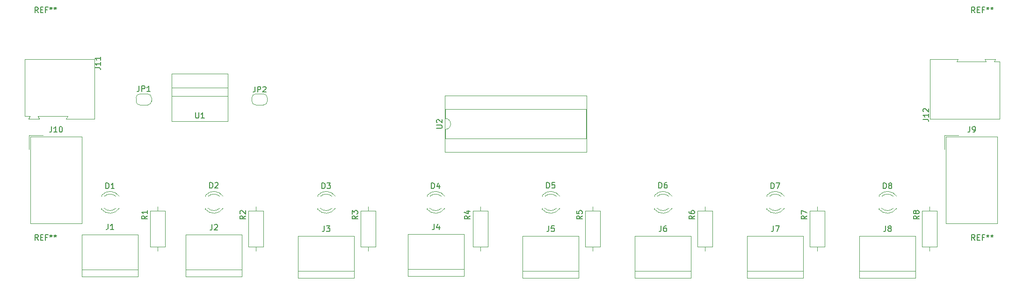
<source format=gto>
%TF.GenerationSoftware,KiCad,Pcbnew,6.0.2-378541a8eb~116~ubuntu20.04.1*%
%TF.CreationDate,2022-03-18T17:45:01-05:00*%
%TF.ProjectId,daughter,64617567-6874-4657-922e-6b696361645f,rev?*%
%TF.SameCoordinates,Original*%
%TF.FileFunction,Legend,Top*%
%TF.FilePolarity,Positive*%
%FSLAX46Y46*%
G04 Gerber Fmt 4.6, Leading zero omitted, Abs format (unit mm)*
G04 Created by KiCad (PCBNEW 6.0.2-378541a8eb~116~ubuntu20.04.1) date 2022-03-18 17:45:01*
%MOMM*%
%LPD*%
G01*
G04 APERTURE LIST*
G04 Aperture macros list*
%AMFreePoly0*
4,1,22,0.500000,-0.750000,0.000000,-0.750000,0.000000,-0.745033,-0.079941,-0.743568,-0.215256,-0.701293,-0.333266,-0.622738,-0.424486,-0.514219,-0.481581,-0.384460,-0.499164,-0.250000,-0.500000,-0.250000,-0.500000,0.250000,-0.499164,0.250000,-0.499963,0.256109,-0.478152,0.396186,-0.417904,0.524511,-0.324060,0.630769,-0.204165,0.706417,-0.067858,0.745374,0.000000,0.744959,0.000000,0.750000,
0.500000,0.750000,0.500000,-0.750000,0.500000,-0.750000,$1*%
%AMFreePoly1*
4,1,20,0.000000,0.744959,0.073905,0.744508,0.209726,0.703889,0.328688,0.626782,0.421226,0.519385,0.479903,0.390333,0.500000,0.250000,0.500000,-0.250000,0.499851,-0.262216,0.476331,-0.402017,0.414519,-0.529596,0.319384,-0.634700,0.198574,-0.708877,0.061801,-0.746166,0.000000,-0.745033,0.000000,-0.750000,-0.500000,-0.750000,-0.500000,0.750000,0.000000,0.750000,0.000000,0.744959,
0.000000,0.744959,$1*%
G04 Aperture macros list end*
%ADD10C,0.150000*%
%ADD11C,0.120000*%
%ADD12C,2.500000*%
%ADD13R,3.000000X3.000000*%
%ADD14C,3.000000*%
%ADD15R,1.727200X1.727200*%
%ADD16O,1.727200X1.727200*%
%ADD17R,1.800000X1.800000*%
%ADD18C,1.800000*%
%ADD19FreePoly0,0.000000*%
%ADD20FreePoly1,0.000000*%
%ADD21R,3.960000X1.980000*%
%ADD22O,3.960000X1.980000*%
%ADD23C,1.600000*%
%ADD24O,1.600000X1.600000*%
%ADD25R,1.600000X1.600000*%
%ADD26C,1.524000*%
G04 APERTURE END LIST*
D10*
%TO.C,REF\u002A\u002A*%
X213931666Y-111252380D02*
X213598333Y-110776190D01*
X213360238Y-111252380D02*
X213360238Y-110252380D01*
X213741190Y-110252380D01*
X213836428Y-110300000D01*
X213884047Y-110347619D01*
X213931666Y-110442857D01*
X213931666Y-110585714D01*
X213884047Y-110680952D01*
X213836428Y-110728571D01*
X213741190Y-110776190D01*
X213360238Y-110776190D01*
X214360238Y-110728571D02*
X214693571Y-110728571D01*
X214836428Y-111252380D02*
X214360238Y-111252380D01*
X214360238Y-110252380D01*
X214836428Y-110252380D01*
X215598333Y-110728571D02*
X215265000Y-110728571D01*
X215265000Y-111252380D02*
X215265000Y-110252380D01*
X215741190Y-110252380D01*
X216265000Y-110252380D02*
X216265000Y-110490476D01*
X216026904Y-110395238D02*
X216265000Y-110490476D01*
X216503095Y-110395238D01*
X216122142Y-110680952D02*
X216265000Y-110490476D01*
X216407857Y-110680952D01*
X217026904Y-110252380D02*
X217026904Y-110490476D01*
X216788809Y-110395238D02*
X217026904Y-110490476D01*
X217265000Y-110395238D01*
X216884047Y-110680952D02*
X217026904Y-110490476D01*
X217169761Y-110680952D01*
%TO.C,J7*%
X177466666Y-108672380D02*
X177466666Y-109386666D01*
X177419047Y-109529523D01*
X177323809Y-109624761D01*
X177180952Y-109672380D01*
X177085714Y-109672380D01*
X177847619Y-108672380D02*
X178514285Y-108672380D01*
X178085714Y-109672380D01*
%TO.C,J1*%
X57056666Y-108324380D02*
X57056666Y-109038666D01*
X57009047Y-109181523D01*
X56913809Y-109276761D01*
X56770952Y-109324380D01*
X56675714Y-109324380D01*
X58056666Y-109324380D02*
X57485238Y-109324380D01*
X57770952Y-109324380D02*
X57770952Y-108324380D01*
X57675714Y-108467238D01*
X57580476Y-108562476D01*
X57485238Y-108610095D01*
%TO.C,J10*%
X46815476Y-90638380D02*
X46815476Y-91352666D01*
X46767857Y-91495523D01*
X46672619Y-91590761D01*
X46529761Y-91638380D01*
X46434523Y-91638380D01*
X47815476Y-91638380D02*
X47244047Y-91638380D01*
X47529761Y-91638380D02*
X47529761Y-90638380D01*
X47434523Y-90781238D01*
X47339285Y-90876476D01*
X47244047Y-90924095D01*
X48434523Y-90638380D02*
X48529761Y-90638380D01*
X48625000Y-90686000D01*
X48672619Y-90733619D01*
X48720238Y-90828857D01*
X48767857Y-91019333D01*
X48767857Y-91257428D01*
X48720238Y-91447904D01*
X48672619Y-91543142D01*
X48625000Y-91590761D01*
X48529761Y-91638380D01*
X48434523Y-91638380D01*
X48339285Y-91590761D01*
X48291666Y-91543142D01*
X48244047Y-91447904D01*
X48196428Y-91257428D01*
X48196428Y-91019333D01*
X48244047Y-90828857D01*
X48291666Y-90733619D01*
X48339285Y-90686000D01*
X48434523Y-90638380D01*
%TO.C,D2*%
X75456904Y-101798380D02*
X75456904Y-100798380D01*
X75695000Y-100798380D01*
X75837857Y-100846000D01*
X75933095Y-100941238D01*
X75980714Y-101036476D01*
X76028333Y-101226952D01*
X76028333Y-101369809D01*
X75980714Y-101560285D01*
X75933095Y-101655523D01*
X75837857Y-101750761D01*
X75695000Y-101798380D01*
X75456904Y-101798380D01*
X76409285Y-100893619D02*
X76456904Y-100846000D01*
X76552142Y-100798380D01*
X76790238Y-100798380D01*
X76885476Y-100846000D01*
X76933095Y-100893619D01*
X76980714Y-100988857D01*
X76980714Y-101084095D01*
X76933095Y-101226952D01*
X76361666Y-101798380D01*
X76980714Y-101798380D01*
%TO.C,D7*%
X177056904Y-101886380D02*
X177056904Y-100886380D01*
X177295000Y-100886380D01*
X177437857Y-100934000D01*
X177533095Y-101029238D01*
X177580714Y-101124476D01*
X177628333Y-101314952D01*
X177628333Y-101457809D01*
X177580714Y-101648285D01*
X177533095Y-101743523D01*
X177437857Y-101838761D01*
X177295000Y-101886380D01*
X177056904Y-101886380D01*
X177961666Y-100886380D02*
X178628333Y-100886380D01*
X178199761Y-101886380D01*
%TO.C,J9*%
X213026666Y-90638380D02*
X213026666Y-91352666D01*
X212979047Y-91495523D01*
X212883809Y-91590761D01*
X212740952Y-91638380D01*
X212645714Y-91638380D01*
X213550476Y-91638380D02*
X213740952Y-91638380D01*
X213836190Y-91590761D01*
X213883809Y-91543142D01*
X213979047Y-91400285D01*
X214026666Y-91209809D01*
X214026666Y-90828857D01*
X213979047Y-90733619D01*
X213931428Y-90686000D01*
X213836190Y-90638380D01*
X213645714Y-90638380D01*
X213550476Y-90686000D01*
X213502857Y-90733619D01*
X213455238Y-90828857D01*
X213455238Y-91066952D01*
X213502857Y-91162190D01*
X213550476Y-91209809D01*
X213645714Y-91257428D01*
X213836190Y-91257428D01*
X213931428Y-91209809D01*
X213979047Y-91162190D01*
X214026666Y-91066952D01*
%TO.C,J2*%
X75866666Y-108418380D02*
X75866666Y-109132666D01*
X75819047Y-109275523D01*
X75723809Y-109370761D01*
X75580952Y-109418380D01*
X75485714Y-109418380D01*
X76295238Y-108513619D02*
X76342857Y-108466000D01*
X76438095Y-108418380D01*
X76676190Y-108418380D01*
X76771428Y-108466000D01*
X76819047Y-108513619D01*
X76866666Y-108608857D01*
X76866666Y-108704095D01*
X76819047Y-108846952D01*
X76247619Y-109418380D01*
X76866666Y-109418380D01*
%TO.C,D8*%
X197376904Y-101886380D02*
X197376904Y-100886380D01*
X197615000Y-100886380D01*
X197757857Y-100934000D01*
X197853095Y-101029238D01*
X197900714Y-101124476D01*
X197948333Y-101314952D01*
X197948333Y-101457809D01*
X197900714Y-101648285D01*
X197853095Y-101743523D01*
X197757857Y-101838761D01*
X197615000Y-101886380D01*
X197376904Y-101886380D01*
X198519761Y-101314952D02*
X198424523Y-101267333D01*
X198376904Y-101219714D01*
X198329285Y-101124476D01*
X198329285Y-101076857D01*
X198376904Y-100981619D01*
X198424523Y-100934000D01*
X198519761Y-100886380D01*
X198710238Y-100886380D01*
X198805476Y-100934000D01*
X198853095Y-100981619D01*
X198900714Y-101076857D01*
X198900714Y-101124476D01*
X198853095Y-101219714D01*
X198805476Y-101267333D01*
X198710238Y-101314952D01*
X198519761Y-101314952D01*
X198424523Y-101362571D01*
X198376904Y-101410190D01*
X198329285Y-101505428D01*
X198329285Y-101695904D01*
X198376904Y-101791142D01*
X198424523Y-101838761D01*
X198519761Y-101886380D01*
X198710238Y-101886380D01*
X198805476Y-101838761D01*
X198853095Y-101791142D01*
X198900714Y-101695904D01*
X198900714Y-101505428D01*
X198853095Y-101410190D01*
X198805476Y-101362571D01*
X198710238Y-101314952D01*
%TO.C,JP1*%
X62666666Y-83272380D02*
X62666666Y-83986666D01*
X62619047Y-84129523D01*
X62523809Y-84224761D01*
X62380952Y-84272380D01*
X62285714Y-84272380D01*
X63142857Y-84272380D02*
X63142857Y-83272380D01*
X63523809Y-83272380D01*
X63619047Y-83320000D01*
X63666666Y-83367619D01*
X63714285Y-83462857D01*
X63714285Y-83605714D01*
X63666666Y-83700952D01*
X63619047Y-83748571D01*
X63523809Y-83796190D01*
X63142857Y-83796190D01*
X64666666Y-84272380D02*
X64095238Y-84272380D01*
X64380952Y-84272380D02*
X64380952Y-83272380D01*
X64285714Y-83415238D01*
X64190476Y-83510476D01*
X64095238Y-83558095D01*
%TO.C,J11*%
X54702380Y-79944523D02*
X55416666Y-79944523D01*
X55559523Y-79992142D01*
X55654761Y-80087380D01*
X55702380Y-80230238D01*
X55702380Y-80325476D01*
X55702380Y-78944523D02*
X55702380Y-79515952D01*
X55702380Y-79230238D02*
X54702380Y-79230238D01*
X54845238Y-79325476D01*
X54940476Y-79420714D01*
X54988095Y-79515952D01*
X55702380Y-77992142D02*
X55702380Y-78563571D01*
X55702380Y-78277857D02*
X54702380Y-78277857D01*
X54845238Y-78373095D01*
X54940476Y-78468333D01*
X54988095Y-78563571D01*
%TO.C,R3*%
X102222380Y-106846666D02*
X101746190Y-107180000D01*
X102222380Y-107418095D02*
X101222380Y-107418095D01*
X101222380Y-107037142D01*
X101270000Y-106941904D01*
X101317619Y-106894285D01*
X101412857Y-106846666D01*
X101555714Y-106846666D01*
X101650952Y-106894285D01*
X101698571Y-106941904D01*
X101746190Y-107037142D01*
X101746190Y-107418095D01*
X101222380Y-106513333D02*
X101222380Y-105894285D01*
X101603333Y-106227619D01*
X101603333Y-106084761D01*
X101650952Y-105989523D01*
X101698571Y-105941904D01*
X101793809Y-105894285D01*
X102031904Y-105894285D01*
X102127142Y-105941904D01*
X102174761Y-105989523D01*
X102222380Y-106084761D01*
X102222380Y-106370476D01*
X102174761Y-106465714D01*
X102127142Y-106513333D01*
%TO.C,J8*%
X197786666Y-108672380D02*
X197786666Y-109386666D01*
X197739047Y-109529523D01*
X197643809Y-109624761D01*
X197500952Y-109672380D01*
X197405714Y-109672380D01*
X198405714Y-109100952D02*
X198310476Y-109053333D01*
X198262857Y-109005714D01*
X198215238Y-108910476D01*
X198215238Y-108862857D01*
X198262857Y-108767619D01*
X198310476Y-108720000D01*
X198405714Y-108672380D01*
X198596190Y-108672380D01*
X198691428Y-108720000D01*
X198739047Y-108767619D01*
X198786666Y-108862857D01*
X198786666Y-108910476D01*
X198739047Y-109005714D01*
X198691428Y-109053333D01*
X198596190Y-109100952D01*
X198405714Y-109100952D01*
X198310476Y-109148571D01*
X198262857Y-109196190D01*
X198215238Y-109291428D01*
X198215238Y-109481904D01*
X198262857Y-109577142D01*
X198310476Y-109624761D01*
X198405714Y-109672380D01*
X198596190Y-109672380D01*
X198691428Y-109624761D01*
X198739047Y-109577142D01*
X198786666Y-109481904D01*
X198786666Y-109291428D01*
X198739047Y-109196190D01*
X198691428Y-109148571D01*
X198596190Y-109100952D01*
%TO.C,J6*%
X157146666Y-108672380D02*
X157146666Y-109386666D01*
X157099047Y-109529523D01*
X157003809Y-109624761D01*
X156860952Y-109672380D01*
X156765714Y-109672380D01*
X158051428Y-108672380D02*
X157860952Y-108672380D01*
X157765714Y-108720000D01*
X157718095Y-108767619D01*
X157622857Y-108910476D01*
X157575238Y-109100952D01*
X157575238Y-109481904D01*
X157622857Y-109577142D01*
X157670476Y-109624761D01*
X157765714Y-109672380D01*
X157956190Y-109672380D01*
X158051428Y-109624761D01*
X158099047Y-109577142D01*
X158146666Y-109481904D01*
X158146666Y-109243809D01*
X158099047Y-109148571D01*
X158051428Y-109100952D01*
X157956190Y-109053333D01*
X157765714Y-109053333D01*
X157670476Y-109100952D01*
X157622857Y-109148571D01*
X157575238Y-109243809D01*
%TO.C,R4*%
X122542380Y-106846666D02*
X122066190Y-107180000D01*
X122542380Y-107418095D02*
X121542380Y-107418095D01*
X121542380Y-107037142D01*
X121590000Y-106941904D01*
X121637619Y-106894285D01*
X121732857Y-106846666D01*
X121875714Y-106846666D01*
X121970952Y-106894285D01*
X122018571Y-106941904D01*
X122066190Y-107037142D01*
X122066190Y-107418095D01*
X121875714Y-105989523D02*
X122542380Y-105989523D01*
X121494761Y-106227619D02*
X122209047Y-106465714D01*
X122209047Y-105846666D01*
%TO.C,U2*%
X116502380Y-90931904D02*
X117311904Y-90931904D01*
X117407142Y-90884285D01*
X117454761Y-90836666D01*
X117502380Y-90741428D01*
X117502380Y-90550952D01*
X117454761Y-90455714D01*
X117407142Y-90408095D01*
X117311904Y-90360476D01*
X116502380Y-90360476D01*
X116597619Y-89931904D02*
X116550000Y-89884285D01*
X116502380Y-89789047D01*
X116502380Y-89550952D01*
X116550000Y-89455714D01*
X116597619Y-89408095D01*
X116692857Y-89360476D01*
X116788095Y-89360476D01*
X116930952Y-89408095D01*
X117502380Y-89979523D01*
X117502380Y-89360476D01*
%TO.C,D6*%
X156736904Y-101798380D02*
X156736904Y-100798380D01*
X156975000Y-100798380D01*
X157117857Y-100846000D01*
X157213095Y-100941238D01*
X157260714Y-101036476D01*
X157308333Y-101226952D01*
X157308333Y-101369809D01*
X157260714Y-101560285D01*
X157213095Y-101655523D01*
X157117857Y-101750761D01*
X156975000Y-101798380D01*
X156736904Y-101798380D01*
X158165476Y-100798380D02*
X157975000Y-100798380D01*
X157879761Y-100846000D01*
X157832142Y-100893619D01*
X157736904Y-101036476D01*
X157689285Y-101226952D01*
X157689285Y-101607904D01*
X157736904Y-101703142D01*
X157784523Y-101750761D01*
X157879761Y-101798380D01*
X158070238Y-101798380D01*
X158165476Y-101750761D01*
X158213095Y-101703142D01*
X158260714Y-101607904D01*
X158260714Y-101369809D01*
X158213095Y-101274571D01*
X158165476Y-101226952D01*
X158070238Y-101179333D01*
X157879761Y-101179333D01*
X157784523Y-101226952D01*
X157736904Y-101274571D01*
X157689285Y-101369809D01*
%TO.C,R6*%
X163182380Y-106846666D02*
X162706190Y-107180000D01*
X163182380Y-107418095D02*
X162182380Y-107418095D01*
X162182380Y-107037142D01*
X162230000Y-106941904D01*
X162277619Y-106894285D01*
X162372857Y-106846666D01*
X162515714Y-106846666D01*
X162610952Y-106894285D01*
X162658571Y-106941904D01*
X162706190Y-107037142D01*
X162706190Y-107418095D01*
X162182380Y-105989523D02*
X162182380Y-106180000D01*
X162230000Y-106275238D01*
X162277619Y-106322857D01*
X162420476Y-106418095D01*
X162610952Y-106465714D01*
X162991904Y-106465714D01*
X163087142Y-106418095D01*
X163134761Y-106370476D01*
X163182380Y-106275238D01*
X163182380Y-106084761D01*
X163134761Y-105989523D01*
X163087142Y-105941904D01*
X162991904Y-105894285D01*
X162753809Y-105894285D01*
X162658571Y-105941904D01*
X162610952Y-105989523D01*
X162563333Y-106084761D01*
X162563333Y-106275238D01*
X162610952Y-106370476D01*
X162658571Y-106418095D01*
X162753809Y-106465714D01*
%TO.C,REF\u002A\u002A*%
X44386666Y-69977380D02*
X44053333Y-69501190D01*
X43815238Y-69977380D02*
X43815238Y-68977380D01*
X44196190Y-68977380D01*
X44291428Y-69025000D01*
X44339047Y-69072619D01*
X44386666Y-69167857D01*
X44386666Y-69310714D01*
X44339047Y-69405952D01*
X44291428Y-69453571D01*
X44196190Y-69501190D01*
X43815238Y-69501190D01*
X44815238Y-69453571D02*
X45148571Y-69453571D01*
X45291428Y-69977380D02*
X44815238Y-69977380D01*
X44815238Y-68977380D01*
X45291428Y-68977380D01*
X46053333Y-69453571D02*
X45720000Y-69453571D01*
X45720000Y-69977380D02*
X45720000Y-68977380D01*
X46196190Y-68977380D01*
X46720000Y-68977380D02*
X46720000Y-69215476D01*
X46481904Y-69120238D02*
X46720000Y-69215476D01*
X46958095Y-69120238D01*
X46577142Y-69405952D02*
X46720000Y-69215476D01*
X46862857Y-69405952D01*
X47481904Y-68977380D02*
X47481904Y-69215476D01*
X47243809Y-69120238D02*
X47481904Y-69215476D01*
X47720000Y-69120238D01*
X47339047Y-69405952D02*
X47481904Y-69215476D01*
X47624761Y-69405952D01*
X44386666Y-111252380D02*
X44053333Y-110776190D01*
X43815238Y-111252380D02*
X43815238Y-110252380D01*
X44196190Y-110252380D01*
X44291428Y-110300000D01*
X44339047Y-110347619D01*
X44386666Y-110442857D01*
X44386666Y-110585714D01*
X44339047Y-110680952D01*
X44291428Y-110728571D01*
X44196190Y-110776190D01*
X43815238Y-110776190D01*
X44815238Y-110728571D02*
X45148571Y-110728571D01*
X45291428Y-111252380D02*
X44815238Y-111252380D01*
X44815238Y-110252380D01*
X45291428Y-110252380D01*
X46053333Y-110728571D02*
X45720000Y-110728571D01*
X45720000Y-111252380D02*
X45720000Y-110252380D01*
X46196190Y-110252380D01*
X46720000Y-110252380D02*
X46720000Y-110490476D01*
X46481904Y-110395238D02*
X46720000Y-110490476D01*
X46958095Y-110395238D01*
X46577142Y-110680952D02*
X46720000Y-110490476D01*
X46862857Y-110680952D01*
X47481904Y-110252380D02*
X47481904Y-110490476D01*
X47243809Y-110395238D02*
X47481904Y-110490476D01*
X47720000Y-110395238D01*
X47339047Y-110680952D02*
X47481904Y-110490476D01*
X47624761Y-110680952D01*
%TO.C,J3*%
X96186666Y-108672380D02*
X96186666Y-109386666D01*
X96139047Y-109529523D01*
X96043809Y-109624761D01*
X95900952Y-109672380D01*
X95805714Y-109672380D01*
X96567619Y-108672380D02*
X97186666Y-108672380D01*
X96853333Y-109053333D01*
X96996190Y-109053333D01*
X97091428Y-109100952D01*
X97139047Y-109148571D01*
X97186666Y-109243809D01*
X97186666Y-109481904D01*
X97139047Y-109577142D01*
X97091428Y-109624761D01*
X96996190Y-109672380D01*
X96710476Y-109672380D01*
X96615238Y-109624761D01*
X96567619Y-109577142D01*
%TO.C,R7*%
X183502380Y-106846666D02*
X183026190Y-107180000D01*
X183502380Y-107418095D02*
X182502380Y-107418095D01*
X182502380Y-107037142D01*
X182550000Y-106941904D01*
X182597619Y-106894285D01*
X182692857Y-106846666D01*
X182835714Y-106846666D01*
X182930952Y-106894285D01*
X182978571Y-106941904D01*
X183026190Y-107037142D01*
X183026190Y-107418095D01*
X182502380Y-106513333D02*
X182502380Y-105846666D01*
X183502380Y-106275238D01*
%TO.C,D4*%
X115588904Y-101886380D02*
X115588904Y-100886380D01*
X115827000Y-100886380D01*
X115969857Y-100934000D01*
X116065095Y-101029238D01*
X116112714Y-101124476D01*
X116160333Y-101314952D01*
X116160333Y-101457809D01*
X116112714Y-101648285D01*
X116065095Y-101743523D01*
X115969857Y-101838761D01*
X115827000Y-101886380D01*
X115588904Y-101886380D01*
X117017476Y-101219714D02*
X117017476Y-101886380D01*
X116779380Y-100838761D02*
X116541285Y-101553047D01*
X117160333Y-101553047D01*
%TO.C,D5*%
X136416904Y-101798380D02*
X136416904Y-100798380D01*
X136655000Y-100798380D01*
X136797857Y-100846000D01*
X136893095Y-100941238D01*
X136940714Y-101036476D01*
X136988333Y-101226952D01*
X136988333Y-101369809D01*
X136940714Y-101560285D01*
X136893095Y-101655523D01*
X136797857Y-101750761D01*
X136655000Y-101798380D01*
X136416904Y-101798380D01*
X137893095Y-100798380D02*
X137416904Y-100798380D01*
X137369285Y-101274571D01*
X137416904Y-101226952D01*
X137512142Y-101179333D01*
X137750238Y-101179333D01*
X137845476Y-101226952D01*
X137893095Y-101274571D01*
X137940714Y-101369809D01*
X137940714Y-101607904D01*
X137893095Y-101703142D01*
X137845476Y-101750761D01*
X137750238Y-101798380D01*
X137512142Y-101798380D01*
X137416904Y-101750761D01*
X137369285Y-101703142D01*
%TO.C,R5*%
X142862380Y-106846666D02*
X142386190Y-107180000D01*
X142862380Y-107418095D02*
X141862380Y-107418095D01*
X141862380Y-107037142D01*
X141910000Y-106941904D01*
X141957619Y-106894285D01*
X142052857Y-106846666D01*
X142195714Y-106846666D01*
X142290952Y-106894285D01*
X142338571Y-106941904D01*
X142386190Y-107037142D01*
X142386190Y-107418095D01*
X141862380Y-105941904D02*
X141862380Y-106418095D01*
X142338571Y-106465714D01*
X142290952Y-106418095D01*
X142243333Y-106322857D01*
X142243333Y-106084761D01*
X142290952Y-105989523D01*
X142338571Y-105941904D01*
X142433809Y-105894285D01*
X142671904Y-105894285D01*
X142767142Y-105941904D01*
X142814761Y-105989523D01*
X142862380Y-106084761D01*
X142862380Y-106322857D01*
X142814761Y-106418095D01*
X142767142Y-106465714D01*
%TO.C,D3*%
X95776904Y-101886380D02*
X95776904Y-100886380D01*
X96015000Y-100886380D01*
X96157857Y-100934000D01*
X96253095Y-101029238D01*
X96300714Y-101124476D01*
X96348333Y-101314952D01*
X96348333Y-101457809D01*
X96300714Y-101648285D01*
X96253095Y-101743523D01*
X96157857Y-101838761D01*
X96015000Y-101886380D01*
X95776904Y-101886380D01*
X96681666Y-100886380D02*
X97300714Y-100886380D01*
X96967380Y-101267333D01*
X97110238Y-101267333D01*
X97205476Y-101314952D01*
X97253095Y-101362571D01*
X97300714Y-101457809D01*
X97300714Y-101695904D01*
X97253095Y-101791142D01*
X97205476Y-101838761D01*
X97110238Y-101886380D01*
X96824523Y-101886380D01*
X96729285Y-101838761D01*
X96681666Y-101791142D01*
%TO.C,REF\u002A\u002A*%
X213931666Y-69977380D02*
X213598333Y-69501190D01*
X213360238Y-69977380D02*
X213360238Y-68977380D01*
X213741190Y-68977380D01*
X213836428Y-69025000D01*
X213884047Y-69072619D01*
X213931666Y-69167857D01*
X213931666Y-69310714D01*
X213884047Y-69405952D01*
X213836428Y-69453571D01*
X213741190Y-69501190D01*
X213360238Y-69501190D01*
X214360238Y-69453571D02*
X214693571Y-69453571D01*
X214836428Y-69977380D02*
X214360238Y-69977380D01*
X214360238Y-68977380D01*
X214836428Y-68977380D01*
X215598333Y-69453571D02*
X215265000Y-69453571D01*
X215265000Y-69977380D02*
X215265000Y-68977380D01*
X215741190Y-68977380D01*
X216265000Y-68977380D02*
X216265000Y-69215476D01*
X216026904Y-69120238D02*
X216265000Y-69215476D01*
X216503095Y-69120238D01*
X216122142Y-69405952D02*
X216265000Y-69215476D01*
X216407857Y-69405952D01*
X217026904Y-68977380D02*
X217026904Y-69215476D01*
X216788809Y-69120238D02*
X217026904Y-69215476D01*
X217265000Y-69120238D01*
X216884047Y-69405952D02*
X217026904Y-69215476D01*
X217169761Y-69405952D01*
%TO.C,R1*%
X64122380Y-106846666D02*
X63646190Y-107180000D01*
X64122380Y-107418095D02*
X63122380Y-107418095D01*
X63122380Y-107037142D01*
X63170000Y-106941904D01*
X63217619Y-106894285D01*
X63312857Y-106846666D01*
X63455714Y-106846666D01*
X63550952Y-106894285D01*
X63598571Y-106941904D01*
X63646190Y-107037142D01*
X63646190Y-107418095D01*
X64122380Y-105894285D02*
X64122380Y-106465714D01*
X64122380Y-106180000D02*
X63122380Y-106180000D01*
X63265238Y-106275238D01*
X63360476Y-106370476D01*
X63408095Y-106465714D01*
%TO.C,JP2*%
X83636666Y-83377380D02*
X83636666Y-84091666D01*
X83589047Y-84234523D01*
X83493809Y-84329761D01*
X83350952Y-84377380D01*
X83255714Y-84377380D01*
X84112857Y-84377380D02*
X84112857Y-83377380D01*
X84493809Y-83377380D01*
X84589047Y-83425000D01*
X84636666Y-83472619D01*
X84684285Y-83567857D01*
X84684285Y-83710714D01*
X84636666Y-83805952D01*
X84589047Y-83853571D01*
X84493809Y-83901190D01*
X84112857Y-83901190D01*
X85065238Y-83472619D02*
X85112857Y-83425000D01*
X85208095Y-83377380D01*
X85446190Y-83377380D01*
X85541428Y-83425000D01*
X85589047Y-83472619D01*
X85636666Y-83567857D01*
X85636666Y-83663095D01*
X85589047Y-83805952D01*
X85017619Y-84377380D01*
X85636666Y-84377380D01*
%TO.C,J5*%
X136826666Y-108672380D02*
X136826666Y-109386666D01*
X136779047Y-109529523D01*
X136683809Y-109624761D01*
X136540952Y-109672380D01*
X136445714Y-109672380D01*
X137779047Y-108672380D02*
X137302857Y-108672380D01*
X137255238Y-109148571D01*
X137302857Y-109100952D01*
X137398095Y-109053333D01*
X137636190Y-109053333D01*
X137731428Y-109100952D01*
X137779047Y-109148571D01*
X137826666Y-109243809D01*
X137826666Y-109481904D01*
X137779047Y-109577142D01*
X137731428Y-109624761D01*
X137636190Y-109672380D01*
X137398095Y-109672380D01*
X137302857Y-109624761D01*
X137255238Y-109577142D01*
%TO.C,R2*%
X81902380Y-106846666D02*
X81426190Y-107180000D01*
X81902380Y-107418095D02*
X80902380Y-107418095D01*
X80902380Y-107037142D01*
X80950000Y-106941904D01*
X80997619Y-106894285D01*
X81092857Y-106846666D01*
X81235714Y-106846666D01*
X81330952Y-106894285D01*
X81378571Y-106941904D01*
X81426190Y-107037142D01*
X81426190Y-107418095D01*
X80997619Y-106465714D02*
X80950000Y-106418095D01*
X80902380Y-106322857D01*
X80902380Y-106084761D01*
X80950000Y-105989523D01*
X80997619Y-105941904D01*
X81092857Y-105894285D01*
X81188095Y-105894285D01*
X81330952Y-105941904D01*
X81902380Y-106513333D01*
X81902380Y-105894285D01*
%TO.C,U1*%
X72898095Y-88098380D02*
X72898095Y-88907904D01*
X72945714Y-89003142D01*
X72993333Y-89050761D01*
X73088571Y-89098380D01*
X73279047Y-89098380D01*
X73374285Y-89050761D01*
X73421904Y-89003142D01*
X73469523Y-88907904D01*
X73469523Y-88098380D01*
X74469523Y-89098380D02*
X73898095Y-89098380D01*
X74183809Y-89098380D02*
X74183809Y-88098380D01*
X74088571Y-88241238D01*
X73993333Y-88336476D01*
X73898095Y-88384095D01*
%TO.C,J4*%
X116076666Y-108352380D02*
X116076666Y-109066666D01*
X116029047Y-109209523D01*
X115933809Y-109304761D01*
X115790952Y-109352380D01*
X115695714Y-109352380D01*
X116981428Y-108685714D02*
X116981428Y-109352380D01*
X116743333Y-108304761D02*
X116505238Y-109019047D01*
X117124285Y-109019047D01*
%TO.C,J12*%
X204552380Y-89314523D02*
X205266666Y-89314523D01*
X205409523Y-89362142D01*
X205504761Y-89457380D01*
X205552380Y-89600238D01*
X205552380Y-89695476D01*
X205552380Y-88314523D02*
X205552380Y-88885952D01*
X205552380Y-88600238D02*
X204552380Y-88600238D01*
X204695238Y-88695476D01*
X204790476Y-88790714D01*
X204838095Y-88885952D01*
X204647619Y-87933571D02*
X204600000Y-87885952D01*
X204552380Y-87790714D01*
X204552380Y-87552619D01*
X204600000Y-87457380D01*
X204647619Y-87409761D01*
X204742857Y-87362142D01*
X204838095Y-87362142D01*
X204980952Y-87409761D01*
X205552380Y-87981190D01*
X205552380Y-87362142D01*
%TO.C,R8*%
X203822380Y-106846666D02*
X203346190Y-107180000D01*
X203822380Y-107418095D02*
X202822380Y-107418095D01*
X202822380Y-107037142D01*
X202870000Y-106941904D01*
X202917619Y-106894285D01*
X203012857Y-106846666D01*
X203155714Y-106846666D01*
X203250952Y-106894285D01*
X203298571Y-106941904D01*
X203346190Y-107037142D01*
X203346190Y-107418095D01*
X203250952Y-106275238D02*
X203203333Y-106370476D01*
X203155714Y-106418095D01*
X203060476Y-106465714D01*
X203012857Y-106465714D01*
X202917619Y-106418095D01*
X202870000Y-106370476D01*
X202822380Y-106275238D01*
X202822380Y-106084761D01*
X202870000Y-105989523D01*
X202917619Y-105941904D01*
X203012857Y-105894285D01*
X203060476Y-105894285D01*
X203155714Y-105941904D01*
X203203333Y-105989523D01*
X203250952Y-106084761D01*
X203250952Y-106275238D01*
X203298571Y-106370476D01*
X203346190Y-106418095D01*
X203441428Y-106465714D01*
X203631904Y-106465714D01*
X203727142Y-106418095D01*
X203774761Y-106370476D01*
X203822380Y-106275238D01*
X203822380Y-106084761D01*
X203774761Y-105989523D01*
X203727142Y-105941904D01*
X203631904Y-105894285D01*
X203441428Y-105894285D01*
X203346190Y-105941904D01*
X203298571Y-105989523D01*
X203250952Y-106084761D01*
%TO.C,D1*%
X56660904Y-101886380D02*
X56660904Y-100886380D01*
X56899000Y-100886380D01*
X57041857Y-100934000D01*
X57137095Y-101029238D01*
X57184714Y-101124476D01*
X57232333Y-101314952D01*
X57232333Y-101457809D01*
X57184714Y-101648285D01*
X57137095Y-101743523D01*
X57041857Y-101838761D01*
X56899000Y-101886380D01*
X56660904Y-101886380D01*
X58184714Y-101886380D02*
X57613285Y-101886380D01*
X57899000Y-101886380D02*
X57899000Y-100886380D01*
X57803761Y-101029238D01*
X57708523Y-101124476D01*
X57613285Y-101172095D01*
D11*
%TO.C,J7*%
X182880000Y-110490000D02*
X172720000Y-110490000D01*
X172720000Y-110490000D02*
X172720000Y-118110000D01*
X172720000Y-118110000D02*
X182880000Y-118110000D01*
X182880000Y-118110000D02*
X182880000Y-110490000D01*
X182880000Y-116840000D02*
X172720000Y-116840000D01*
%TO.C,J1*%
X62484000Y-117856000D02*
X62484000Y-110236000D01*
X52324000Y-110236000D02*
X52324000Y-117856000D01*
X62484000Y-110236000D02*
X52324000Y-110236000D01*
X52324000Y-117856000D02*
X62484000Y-117856000D01*
X62484000Y-116586000D02*
X52324000Y-116586000D01*
%TO.C,J10*%
X42700000Y-92190000D02*
X42700000Y-94730000D01*
X52300000Y-108220000D02*
X42950000Y-108220000D01*
X42950000Y-92440000D02*
X52300000Y-92440000D01*
X42700000Y-92190000D02*
X45240000Y-92190000D01*
X42950000Y-108220000D02*
X42950000Y-92440000D01*
X52300000Y-92440000D02*
X52300000Y-108220000D01*
%TO.C,D2*%
X74635000Y-105474000D02*
X74635000Y-105630000D01*
X74635000Y-103158000D02*
X74635000Y-103314000D01*
X74635000Y-105629516D02*
G75*
G03*
X77867335Y-105472608I1560000J1235517D01*
G01*
X75154039Y-105474000D02*
G75*
G03*
X77236130Y-105473837I1040961J1080000D01*
G01*
X77867335Y-103315392D02*
G75*
G03*
X74635000Y-103158484I-1672335J-1078609D01*
G01*
X77236130Y-103314163D02*
G75*
G03*
X75154039Y-103314000I-1041130J-1079837D01*
G01*
%TO.C,D7*%
X176235000Y-103158000D02*
X176235000Y-103314000D01*
X176235000Y-105474000D02*
X176235000Y-105630000D01*
X178836130Y-103314163D02*
G75*
G03*
X176754039Y-103314000I-1041130J-1079837D01*
G01*
X176754039Y-105474000D02*
G75*
G03*
X178836130Y-105473837I1040961J1080000D01*
G01*
X176235000Y-105629516D02*
G75*
G03*
X179467335Y-105472608I1560000J1235517D01*
G01*
X179467335Y-103315392D02*
G75*
G03*
X176235000Y-103158484I-1672335J-1078609D01*
G01*
%TO.C,J9*%
X218035000Y-108220000D02*
X208685000Y-108220000D01*
X208435000Y-92190000D02*
X208435000Y-94730000D01*
X218035000Y-92440000D02*
X218035000Y-108220000D01*
X208685000Y-92440000D02*
X218035000Y-92440000D01*
X208435000Y-92190000D02*
X210975000Y-92190000D01*
X208685000Y-108220000D02*
X208685000Y-92440000D01*
%TO.C,J2*%
X71120000Y-110236000D02*
X71120000Y-117856000D01*
X71120000Y-117856000D02*
X81280000Y-117856000D01*
X81280000Y-116586000D02*
X71120000Y-116586000D01*
X81280000Y-117856000D02*
X81280000Y-110236000D01*
X81280000Y-110236000D02*
X71120000Y-110236000D01*
%TO.C,D8*%
X196555000Y-103158000D02*
X196555000Y-103314000D01*
X196555000Y-105474000D02*
X196555000Y-105630000D01*
X197074039Y-105474000D02*
G75*
G03*
X199156130Y-105473837I1040961J1080000D01*
G01*
X196555000Y-105629516D02*
G75*
G03*
X199787335Y-105472608I1560000J1235517D01*
G01*
X199787335Y-103315392D02*
G75*
G03*
X196555000Y-103158484I-1672335J-1078609D01*
G01*
X199156130Y-103314163D02*
G75*
G03*
X197074039Y-103314000I-1041130J-1079837D01*
G01*
%TO.C,JP1*%
X62800000Y-84725000D02*
X64200000Y-84725000D01*
X64900000Y-85425000D02*
X64900000Y-86025000D01*
X62100000Y-86025000D02*
X62100000Y-85425000D01*
X64200000Y-86725000D02*
X62800000Y-86725000D01*
X64200000Y-86725000D02*
G75*
G03*
X64900000Y-86025000I1J699999D01*
G01*
X62100000Y-86025000D02*
G75*
G03*
X62800000Y-86725000I699999J-1D01*
G01*
X62800000Y-84725000D02*
G75*
G03*
X62100000Y-85425000I-1J-699999D01*
G01*
X64900000Y-85425000D02*
G75*
G03*
X64200000Y-84725000I-699999J1D01*
G01*
%TO.C,J11*%
X49460000Y-89255000D02*
X54560000Y-89255000D01*
X54560000Y-89255000D02*
X54560000Y-78405000D01*
X44360000Y-88755000D02*
X49760000Y-88755000D01*
X41960000Y-78405000D02*
X41960000Y-88755000D01*
X44560000Y-89255000D02*
X44610000Y-89255000D01*
X42910000Y-88755000D02*
X42660000Y-89255000D01*
X41960000Y-88755000D02*
X42910000Y-88755000D01*
X42660000Y-89255000D02*
X44560000Y-89255000D01*
X54560000Y-78405000D02*
X41960000Y-78405000D01*
X49760000Y-88755000D02*
X49460000Y-89255000D01*
X44610000Y-89255000D02*
X44360000Y-88755000D01*
%TO.C,R3*%
X104140000Y-105180000D02*
X104140000Y-105950000D01*
X102770000Y-112490000D02*
X105510000Y-112490000D01*
X102770000Y-105950000D02*
X102770000Y-112490000D01*
X105510000Y-105950000D02*
X102770000Y-105950000D01*
X104140000Y-113260000D02*
X104140000Y-112490000D01*
X105510000Y-112490000D02*
X105510000Y-105950000D01*
%TO.C,J8*%
X203200000Y-110490000D02*
X193040000Y-110490000D01*
X193040000Y-118110000D02*
X203200000Y-118110000D01*
X193040000Y-110490000D02*
X193040000Y-118110000D01*
X203200000Y-116840000D02*
X193040000Y-116840000D01*
X203200000Y-118110000D02*
X203200000Y-110490000D01*
%TO.C,J6*%
X162560000Y-118110000D02*
X162560000Y-110490000D01*
X152400000Y-118110000D02*
X162560000Y-118110000D01*
X162560000Y-110490000D02*
X152400000Y-110490000D01*
X162560000Y-116840000D02*
X152400000Y-116840000D01*
X152400000Y-110490000D02*
X152400000Y-118110000D01*
%TO.C,R4*%
X125830000Y-112490000D02*
X125830000Y-105950000D01*
X125830000Y-105950000D02*
X123090000Y-105950000D01*
X124460000Y-105180000D02*
X124460000Y-105950000D01*
X123090000Y-105950000D02*
X123090000Y-112490000D01*
X123090000Y-112490000D02*
X125830000Y-112490000D01*
X124460000Y-113260000D02*
X124460000Y-112490000D01*
%TO.C,U2*%
X118050000Y-87520000D02*
X118050000Y-89170000D01*
X117990000Y-95310000D02*
X143630000Y-95310000D01*
X143630000Y-95310000D02*
X143630000Y-85030000D01*
X118050000Y-92820000D02*
X143570000Y-92820000D01*
X143570000Y-92820000D02*
X143570000Y-87520000D01*
X117990000Y-85030000D02*
X117990000Y-95310000D01*
X118050000Y-91170000D02*
X118050000Y-92820000D01*
X143630000Y-85030000D02*
X117990000Y-85030000D01*
X143570000Y-87520000D02*
X118050000Y-87520000D01*
X118050000Y-91170000D02*
G75*
G03*
X118050000Y-89170000I0J1000000D01*
G01*
%TO.C,D6*%
X155915000Y-103158000D02*
X155915000Y-103314000D01*
X155915000Y-105474000D02*
X155915000Y-105630000D01*
X159147335Y-103315392D02*
G75*
G03*
X155915000Y-103158484I-1672335J-1078609D01*
G01*
X156434039Y-105474000D02*
G75*
G03*
X158516130Y-105473837I1040961J1080000D01*
G01*
X158516130Y-103314163D02*
G75*
G03*
X156434039Y-103314000I-1041130J-1079837D01*
G01*
X155915000Y-105629516D02*
G75*
G03*
X159147335Y-105472608I1560000J1235517D01*
G01*
%TO.C,R6*%
X163730000Y-112490000D02*
X166470000Y-112490000D01*
X166470000Y-105950000D02*
X163730000Y-105950000D01*
X163730000Y-105950000D02*
X163730000Y-112490000D01*
X165100000Y-105180000D02*
X165100000Y-105950000D01*
X166470000Y-112490000D02*
X166470000Y-105950000D01*
X165100000Y-113260000D02*
X165100000Y-112490000D01*
%TO.C,J3*%
X101600000Y-110490000D02*
X91440000Y-110490000D01*
X101600000Y-116840000D02*
X91440000Y-116840000D01*
X101600000Y-118110000D02*
X101600000Y-110490000D01*
X91440000Y-118110000D02*
X101600000Y-118110000D01*
X91440000Y-110490000D02*
X91440000Y-118110000D01*
%TO.C,R7*%
X185420000Y-105180000D02*
X185420000Y-105950000D01*
X186790000Y-112490000D02*
X186790000Y-105950000D01*
X184050000Y-112490000D02*
X186790000Y-112490000D01*
X184050000Y-105950000D02*
X184050000Y-112490000D01*
X186790000Y-105950000D02*
X184050000Y-105950000D01*
X185420000Y-113260000D02*
X185420000Y-112490000D01*
%TO.C,D4*%
X114767000Y-105474000D02*
X114767000Y-105630000D01*
X114767000Y-103158000D02*
X114767000Y-103314000D01*
X114767000Y-105629516D02*
G75*
G03*
X117999335Y-105472608I1560000J1235517D01*
G01*
X115286039Y-105474000D02*
G75*
G03*
X117368130Y-105473837I1040961J1080000D01*
G01*
X117368130Y-103314163D02*
G75*
G03*
X115286039Y-103314000I-1041130J-1079837D01*
G01*
X117999335Y-103315392D02*
G75*
G03*
X114767000Y-103158484I-1672335J-1078609D01*
G01*
%TO.C,D5*%
X135595000Y-105474000D02*
X135595000Y-105630000D01*
X135595000Y-103158000D02*
X135595000Y-103314000D01*
X138827335Y-103315392D02*
G75*
G03*
X135595000Y-103158484I-1672335J-1078609D01*
G01*
X135595000Y-105629516D02*
G75*
G03*
X138827335Y-105472608I1560000J1235517D01*
G01*
X136114039Y-105474000D02*
G75*
G03*
X138196130Y-105473837I1040961J1080000D01*
G01*
X138196130Y-103314163D02*
G75*
G03*
X136114039Y-103314000I-1041130J-1079837D01*
G01*
%TO.C,R5*%
X146150000Y-112490000D02*
X146150000Y-105950000D01*
X146150000Y-105950000D02*
X143410000Y-105950000D01*
X143410000Y-105950000D02*
X143410000Y-112490000D01*
X144780000Y-113260000D02*
X144780000Y-112490000D01*
X144780000Y-105180000D02*
X144780000Y-105950000D01*
X143410000Y-112490000D02*
X146150000Y-112490000D01*
%TO.C,D3*%
X94955000Y-105474000D02*
X94955000Y-105630000D01*
X94955000Y-103158000D02*
X94955000Y-103314000D01*
X95474039Y-105474000D02*
G75*
G03*
X97556130Y-105473837I1040961J1080000D01*
G01*
X98187335Y-103315392D02*
G75*
G03*
X94955000Y-103158484I-1672335J-1078609D01*
G01*
X94955000Y-105629516D02*
G75*
G03*
X98187335Y-105472608I1560000J1235517D01*
G01*
X97556130Y-103314163D02*
G75*
G03*
X95474039Y-103314000I-1041130J-1079837D01*
G01*
%TO.C,R1*%
X66040000Y-113260000D02*
X66040000Y-112490000D01*
X64670000Y-105950000D02*
X64670000Y-112490000D01*
X67410000Y-112490000D02*
X67410000Y-105950000D01*
X64670000Y-112490000D02*
X67410000Y-112490000D01*
X66040000Y-105180000D02*
X66040000Y-105950000D01*
X67410000Y-105950000D02*
X64670000Y-105950000D01*
%TO.C,JP2*%
X83770000Y-84725000D02*
X85170000Y-84725000D01*
X83070000Y-86025000D02*
X83070000Y-85425000D01*
X85870000Y-85425000D02*
X85870000Y-86025000D01*
X85170000Y-86725000D02*
X83770000Y-86725000D01*
X85870000Y-85425000D02*
G75*
G03*
X85170000Y-84725000I-699999J1D01*
G01*
X83070000Y-86025000D02*
G75*
G03*
X83770000Y-86725000I699999J-1D01*
G01*
X85170000Y-86725000D02*
G75*
G03*
X85870000Y-86025000I1J699999D01*
G01*
X83770000Y-84725000D02*
G75*
G03*
X83070000Y-85425000I-1J-699999D01*
G01*
%TO.C,J5*%
X132080000Y-118110000D02*
X142240000Y-118110000D01*
X142240000Y-110490000D02*
X132080000Y-110490000D01*
X142240000Y-116840000D02*
X132080000Y-116840000D01*
X142240000Y-118110000D02*
X142240000Y-110490000D01*
X132080000Y-110490000D02*
X132080000Y-118110000D01*
%TO.C,R2*%
X85190000Y-112490000D02*
X85190000Y-105950000D01*
X85190000Y-105950000D02*
X82450000Y-105950000D01*
X83820000Y-113260000D02*
X83820000Y-112490000D01*
X82450000Y-112490000D02*
X85190000Y-112490000D01*
X83820000Y-105180000D02*
X83820000Y-105950000D01*
X82450000Y-105950000D02*
X82450000Y-112490000D01*
%TO.C,U1*%
X78740000Y-81026000D02*
X68580000Y-81026000D01*
X68580000Y-83566000D02*
X78740000Y-83566000D01*
X73660000Y-89662000D02*
X78740000Y-89662000D01*
X73660000Y-85090000D02*
X78740000Y-85090000D01*
X73660000Y-89662000D02*
X68580000Y-89662000D01*
X78740000Y-89662000D02*
X78740000Y-81026000D01*
X68580000Y-89662000D02*
X68580000Y-81026000D01*
X73660000Y-85090000D02*
X68580000Y-85090000D01*
%TO.C,J4*%
X121490000Y-116520000D02*
X111330000Y-116520000D01*
X121490000Y-110170000D02*
X111330000Y-110170000D01*
X121490000Y-117790000D02*
X121490000Y-110170000D01*
X111330000Y-117790000D02*
X121490000Y-117790000D01*
X111330000Y-110170000D02*
X111330000Y-117790000D01*
%TO.C,J12*%
X218390000Y-89235000D02*
X218390000Y-78885000D01*
X215790000Y-78385000D02*
X215740000Y-78385000D01*
X205790000Y-89235000D02*
X218390000Y-89235000D01*
X215990000Y-78885000D02*
X210590000Y-78885000D01*
X210590000Y-78885000D02*
X210890000Y-78385000D01*
X217690000Y-78385000D02*
X215790000Y-78385000D01*
X217440000Y-78885000D02*
X217690000Y-78385000D01*
X205790000Y-78385000D02*
X205790000Y-89235000D01*
X210890000Y-78385000D02*
X205790000Y-78385000D01*
X215740000Y-78385000D02*
X215990000Y-78885000D01*
X218390000Y-78885000D02*
X217440000Y-78885000D01*
%TO.C,R8*%
X204370000Y-112490000D02*
X207110000Y-112490000D01*
X204370000Y-105950000D02*
X204370000Y-112490000D01*
X207110000Y-105950000D02*
X204370000Y-105950000D01*
X207110000Y-112490000D02*
X207110000Y-105950000D01*
X205740000Y-113260000D02*
X205740000Y-112490000D01*
X205740000Y-105180000D02*
X205740000Y-105950000D01*
%TO.C,D1*%
X55839000Y-105474000D02*
X55839000Y-105630000D01*
X55839000Y-103158000D02*
X55839000Y-103314000D01*
X55839000Y-105629516D02*
G75*
G03*
X59071335Y-105472608I1560000J1235517D01*
G01*
X58440130Y-103314163D02*
G75*
G03*
X56358039Y-103314000I-1041130J-1079837D01*
G01*
X59071335Y-103315392D02*
G75*
G03*
X55839000Y-103158484I-1672335J-1078609D01*
G01*
X56358039Y-105474000D02*
G75*
G03*
X58440130Y-105473837I1040961J1080000D01*
G01*
%TD*%
%LPC*%
D12*
%TO.C,REF\u002A\u002A*%
X215265000Y-114300000D03*
%TD*%
D13*
%TO.C,J7*%
X175260000Y-114300000D03*
D14*
X180340000Y-114300000D03*
%TD*%
D13*
%TO.C,J1*%
X54864000Y-114046000D03*
D14*
X59944000Y-114046000D03*
%TD*%
D15*
%TO.C,J10*%
X46355000Y-97790000D03*
D16*
X48895000Y-97790000D03*
X46355000Y-100330000D03*
X48895000Y-100330000D03*
X46355000Y-102870000D03*
X48895000Y-102870000D03*
%TD*%
D17*
%TO.C,D2*%
X74925000Y-104394000D03*
D18*
X77465000Y-104394000D03*
%TD*%
D17*
%TO.C,D7*%
X176525000Y-104394000D03*
D18*
X179065000Y-104394000D03*
%TD*%
D15*
%TO.C,J9*%
X212090000Y-97790000D03*
D16*
X214630000Y-97790000D03*
X212090000Y-100330000D03*
X214630000Y-100330000D03*
X212090000Y-102870000D03*
X214630000Y-102870000D03*
%TD*%
D13*
%TO.C,J2*%
X73660000Y-114046000D03*
D14*
X78740000Y-114046000D03*
%TD*%
D17*
%TO.C,D8*%
X196845000Y-104394000D03*
D18*
X199385000Y-104394000D03*
%TD*%
D19*
%TO.C,JP1*%
X62850000Y-85725000D03*
D20*
X64150000Y-85725000D03*
%TD*%
D21*
%TO.C,J11*%
X48260000Y-81055000D03*
D22*
X48260000Y-86135000D03*
%TD*%
D23*
%TO.C,R3*%
X104140000Y-114300000D03*
D24*
X104140000Y-104140000D03*
%TD*%
D13*
%TO.C,J8*%
X195580000Y-114300000D03*
D14*
X200660000Y-114300000D03*
%TD*%
D13*
%TO.C,J6*%
X154940000Y-114300000D03*
D14*
X160020000Y-114300000D03*
%TD*%
D23*
%TO.C,R4*%
X124460000Y-114300000D03*
D24*
X124460000Y-104140000D03*
%TD*%
D25*
%TO.C,U2*%
X119380000Y-93980000D03*
D24*
X121920000Y-93980000D03*
X124460000Y-93980000D03*
X127000000Y-93980000D03*
X129540000Y-93980000D03*
X132080000Y-93980000D03*
X134620000Y-93980000D03*
X137160000Y-93980000D03*
X139700000Y-93980000D03*
X142240000Y-93980000D03*
X142240000Y-86360000D03*
X139700000Y-86360000D03*
X137160000Y-86360000D03*
X134620000Y-86360000D03*
X132080000Y-86360000D03*
X129540000Y-86360000D03*
X127000000Y-86360000D03*
X124460000Y-86360000D03*
X121920000Y-86360000D03*
X119380000Y-86360000D03*
%TD*%
D17*
%TO.C,D6*%
X156205000Y-104394000D03*
D18*
X158745000Y-104394000D03*
%TD*%
D23*
%TO.C,R6*%
X165100000Y-114300000D03*
D24*
X165100000Y-104140000D03*
%TD*%
D12*
%TO.C,REF\u002A\u002A*%
X45720000Y-73025000D03*
%TD*%
%TO.C,REF\u002A\u002A*%
X45720000Y-114300000D03*
%TD*%
D13*
%TO.C,J3*%
X93980000Y-114300000D03*
D14*
X99060000Y-114300000D03*
%TD*%
D23*
%TO.C,R7*%
X185420000Y-114300000D03*
D24*
X185420000Y-104140000D03*
%TD*%
D17*
%TO.C,D4*%
X115057000Y-104394000D03*
D18*
X117597000Y-104394000D03*
%TD*%
D17*
%TO.C,D5*%
X135885000Y-104394000D03*
D18*
X138425000Y-104394000D03*
%TD*%
D23*
%TO.C,R5*%
X144780000Y-114300000D03*
D24*
X144780000Y-104140000D03*
%TD*%
D17*
%TO.C,D3*%
X95245000Y-104394000D03*
D18*
X97785000Y-104394000D03*
%TD*%
D12*
%TO.C,REF\u002A\u002A*%
X215265000Y-73025000D03*
%TD*%
D23*
%TO.C,R1*%
X66040000Y-114300000D03*
D24*
X66040000Y-104140000D03*
%TD*%
D19*
%TO.C,JP2*%
X83820000Y-85725000D03*
D20*
X85120000Y-85725000D03*
%TD*%
D13*
%TO.C,J5*%
X134620000Y-114300000D03*
D14*
X139700000Y-114300000D03*
%TD*%
D23*
%TO.C,R2*%
X83820000Y-114300000D03*
D24*
X83820000Y-104140000D03*
%TD*%
D26*
%TO.C,U1*%
X71120000Y-86360000D03*
X73660000Y-86360000D03*
X76200000Y-86360000D03*
%TD*%
D13*
%TO.C,J4*%
X113870000Y-113980000D03*
D14*
X118950000Y-113980000D03*
%TD*%
D21*
%TO.C,J12*%
X212090000Y-86585000D03*
D22*
X212090000Y-81505000D03*
%TD*%
D23*
%TO.C,R8*%
X205740000Y-114300000D03*
D24*
X205740000Y-104140000D03*
%TD*%
D17*
%TO.C,D1*%
X56129000Y-104394000D03*
D18*
X58669000Y-104394000D03*
%TD*%
M02*

</source>
